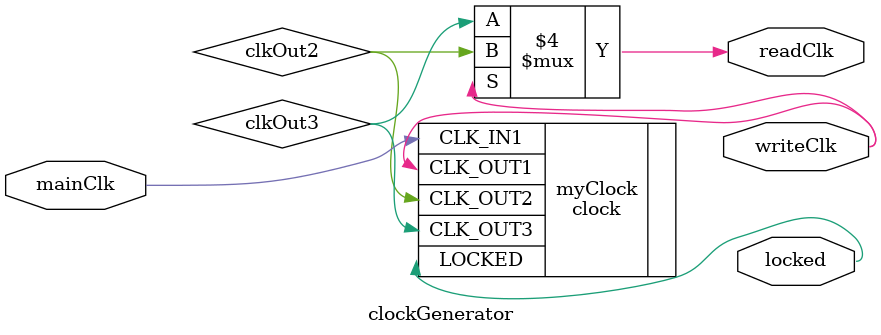
<source format=v>
`timescale 1ns / 1ps
module clockGenerator(
	input mainClk,       
	output writeClk,          
	output reg readClk,
	output locked
	);
	
	wire  clkOut2;		//25 % duty cycle clock
	wire  clkOut3;		//25 % duty cycle with 180 degree phase shift
	
   clock myClock
   (// Clock in ports
    .CLK_IN1(mainClk),      // IN
    // Clock out ports
    .CLK_OUT1(writeClk),     // OUT
    .CLK_OUT2(clkOut2),     // OUT
    .CLK_OUT3(clkOut3),     // OUT
    // Status and control signals
    .LOCKED(locked)); 
	
	always @ ( * )
	begin
		if(writeClk == 1)
			readClk = clkOut2;
		else
			readClk = clkOut3;
	end
endmodule


</source>
